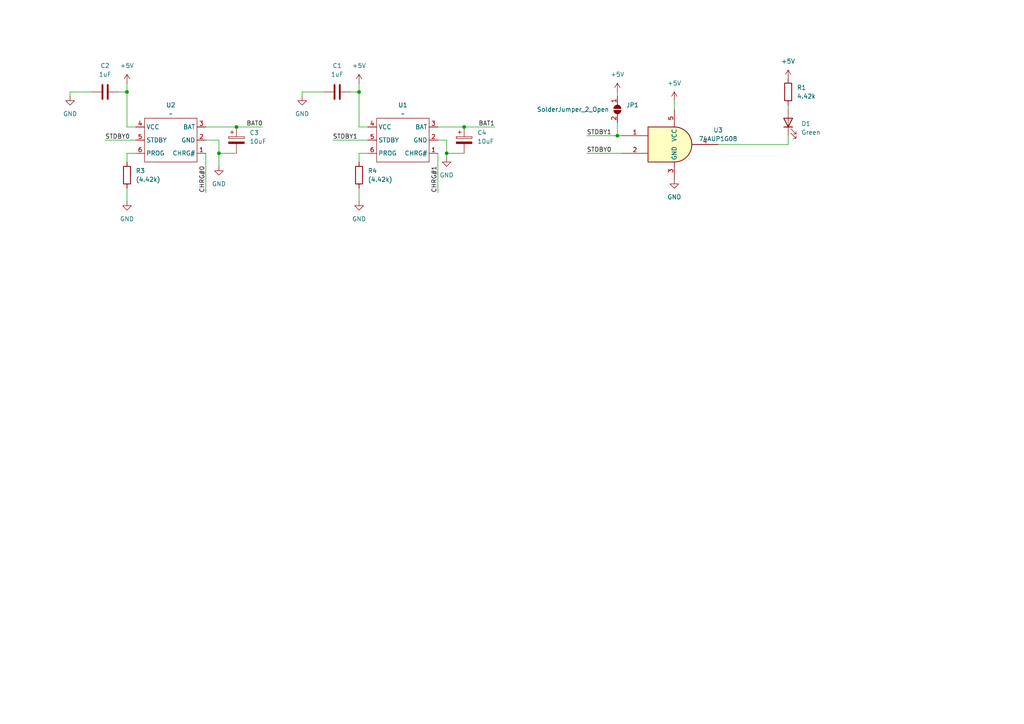
<source format=kicad_sch>
(kicad_sch (version 20231120) (generator "eeschema") (generator_version "8.0")
  (paper "A4")
  (title_block (rev "2"))
  (lib_symbols
    (symbol "74xGxx:74AUP1G08"
      (property "Reference" "U" (at -2.54 3.81 0))
      (property "Value" "74AUP1G08" (at 0 -3.81 0))
      (symbol "74AUP1G08_0_1"
        (arc (start 0 -5.08) (mid 5.0579 0) (end 0 5.08) (stroke (width 0.254)) (fill (type background)))
        (polyline (pts (xy 0 -5.08) (xy -7.62 -5.08) (xy -7.62 5.08) (xy 0 5.08)) (stroke (width 0.254)) (fill (type background)))
      )
      (symbol "74AUP1G08_1_1"
        (pin input line (at -15.24 2.54 0) (length 7.62) (name "~") (number "1"))
        (pin input line (at -15.24 -2.54 0) (length 7.62) (name "~") (number "2"))
        (pin power_in line (at 0 -10.16 90) (length 5.08) (name "GND") (number "3"))
        (pin output line (at 12.7 0 180) (length 7.62) (name "~") (number "4"))
        (pin power_in line (at 0 10.16 270) (length 5.08) (name "VCC") (number "5"))
      )
    )
    (symbol "Device:C" (pin_numbers hide) (pin_names (offset 0.254))
      (property "Reference" "C" (at 0.635 2.54 0))
      (property "Value" "C" (at 0.635 -2.54 0))
      (symbol "C_0_1"
        (polyline (pts (xy -2.032 -0.762) (xy 2.032 -0.762)) (stroke (width 0.508)))
        (polyline (pts (xy -2.032 0.762) (xy 2.032 0.762)) (stroke (width 0.508)))
      )
      (symbol "C_1_1"
        (pin passive line (at 0 3.81 270) (length 2.794) (name "~") (number "1"))
        (pin passive line (at 0 -3.81 90) (length 2.794) (name "~") (number "2"))
      )
    )
    (symbol "Device:C_Polarized" (pin_numbers hide) (pin_names (offset 0.254))
      (property "Reference" "C" (at 0.635 2.54 0))
      (property "Value" "C_Polarized" (at 0.635 -2.54 0))
      (symbol "C_Polarized_0_1"
        (rectangle (start -2.286 0.508) (end 2.286 1.016))
        (polyline (pts (xy -1.778 2.286) (xy -0.762 2.286)))
        (polyline (pts (xy -1.27 2.794) (xy -1.27 1.778)))
        (rectangle (start 2.286 -0.508) (end -2.286 -1.016) (fill (type outline)))
      )
      (symbol "C_Polarized_1_1"
        (pin passive line (at 0 3.81 270) (length 2.794) (name "~") (number "1"))
        (pin passive line (at 0 -3.81 90) (length 2.794) (name "~") (number "2"))
      )
    )
    (symbol "Device:LED" (pin_numbers hide) (pin_names (offset 1.016) hide)
      (property "Reference" "D" (at 0 2.54 0))
      (property "Value" "LED" (at 0 -2.54 0))
      (symbol "LED_0_1"
        (polyline (pts (xy -1.27 -1.27) (xy -1.27 1.27)) (stroke (width 0.254)))
        (polyline (pts (xy -1.27 0) (xy 1.27 0)))
        (polyline (pts (xy 1.27 -1.27) (xy 1.27 1.27) (xy -1.27 0) (xy 1.27 -1.27)) (stroke (width 0.254)))
        (polyline (pts (xy -3.048 -0.762) (xy -4.572 -2.286) (xy -3.81 -2.286) (xy -4.572 -2.286) (xy -4.572 -1.524)))
        (polyline (pts (xy -1.778 -0.762) (xy -3.302 -2.286) (xy -2.54 -2.286) (xy -3.302 -2.286) (xy -3.302 -1.524)))
      )
      (symbol "LED_1_1"
        (pin passive line (at -3.81 0 0) (length 2.54) (name "K") (number "1"))
        (pin passive line (at 3.81 0 180) (length 2.54) (name "A") (number "2"))
      )
    )
    (symbol "Device:R" (pin_numbers hide) (pin_names (offset 0))
      (property "Reference" "R" (at 2.032 0 90))
      (property "Value" "R" (at 0 0 90))
      (symbol "R_0_1"
        (rectangle (start -1.016 -2.54) (end 1.016 2.54) (stroke (width 0.254)))
      )
      (symbol "R_1_1"
        (pin passive line (at 0 3.81 270) (length 1.27) (name "~") (number "1"))
        (pin passive line (at 0 -3.81 90) (length 1.27) (name "~") (number "2"))
      )
    )
    (symbol "Jumper:SolderJumper_2_Open" (pin_names (offset 0) hide)
      (property "Reference" "JP" (at 0 2.032 0))
      (property "Value" "SolderJumper_2_Open" (at 0 -2.54 0))
      (symbol "SolderJumper_2_Open_0_1"
        (arc (start -0.254 1.016) (mid -1.2656 0) (end -0.254 -1.016))
        (arc (start -0.254 1.016) (mid -1.2656 0) (end -0.254 -1.016) (fill (type outline)))
        (polyline (pts (xy -0.254 1.016) (xy -0.254 -1.016)))
        (polyline (pts (xy 0.254 1.016) (xy 0.254 -1.016)))
        (arc (start 0.254 -1.016) (mid 1.2656 0) (end 0.254 1.016))
        (arc (start 0.254 -1.016) (mid 1.2656 0) (end 0.254 1.016) (fill (type outline)))
      )
      (symbol "SolderJumper_2_Open_1_1"
        (pin passive line (at -3.81 0 0) (length 2.54) (name "A") (number "1"))
        (pin passive line (at 3.81 0 180) (length 2.54) (name "B") (number "2"))
      )
    )
    (symbol "KiCadLib:TP4059"
      (property "Reference" "U" (at 0 8.128 0))
      (symbol "TP4059_0_1"
        (rectangle (start -7.62 6.35) (end 7.62 -6.35))
      )
      (symbol "TP4059_1_1"
        (pin output line (at -10.16 3.81 0) (length 2.54) (name "CHRG#") (number "1"))
        (pin power_in line (at -10.16 0 0) (length 2.54) (name "GND") (number "2"))
        (pin bidirectional line (at -10.16 -3.81 0) (length 2.54) (name "BAT") (number "3"))
        (pin power_in line (at 10.16 -3.81 180) (length 2.54) (name "VCC") (number "4"))
        (pin output line (at 10.16 0 180) (length 2.54) (name "STDBY") (number "5"))
        (pin bidirectional line (at 10.16 3.81 180) (length 2.54) (name "PROG") (number "6"))
      )
    )
    (symbol "power:+5V" (power) (pin_numbers hide) (pin_names (offset 0) hide)
      (property "Value" "+5V" (at 0 3.556 0))
      (symbol "+5V_0_1"
        (polyline (pts (xy -0.762 1.27) (xy 0 2.54)))
        (polyline (pts (xy 0 0) (xy 0 2.54)))
        (polyline (pts (xy 0 2.54) (xy 0.762 1.27)))
      )
      (symbol "+5V_1_1"
        (pin power_in line (at 0 0 90) (length 0) (name "~") (number "1"))
      )
    )
    (symbol "power:GND" (power) (pin_numbers hide) (pin_names (offset 0) hide)
      (property "Value" "GND" (at 0 -3.81 0))
      (symbol "GND_0_1"
        (polyline (pts (xy 0 0) (xy 0 -1.27) (xy 1.27 -1.27) (xy 0 -2.54) (xy -1.27 -1.27) (xy 0 -1.27)))
      )
      (symbol "GND_1_1"
        (pin power_in line (at 0 0 270) (length 0) (name "~") (number "1"))
      )
    )
  )
  (junction (at 104.14 26.67))
  (junction (at 129.54 44.45))
  (junction (at 63.5 44.45))
  (junction (at 68.58 36.83))
  (junction (at 134.62 36.83))
  (junction (at 179.07 39.37))
  (junction (at 36.83 26.67))
  (wire (pts (xy 179.07 39.37) (xy 180.34 39.37)))
  (wire (pts (xy 104.14 24.13) (xy 104.14 26.67)))
  (wire (pts (xy 34.29 26.67) (xy 36.83 26.67)))
  (wire (pts (xy 63.5 44.45) (xy 68.58 44.45)))
  (wire (pts (xy 59.69 55.88) (xy 59.69 44.45)))
  (wire (pts (xy 106.68 44.45) (xy 104.14 44.45)))
  (wire (pts (xy 36.83 54.61) (xy 36.83 58.42)))
  (wire (pts (xy 104.14 36.83) (xy 106.68 36.83)))
  (wire (pts (xy 129.54 44.45) (xy 129.54 45.72)))
  (wire (pts (xy 59.69 40.64) (xy 63.5 40.64)))
  (wire (pts (xy 30.48 40.64) (xy 39.37 40.64)))
  (wire (pts (xy 228.6 41.91) (xy 228.6 39.37)))
  (wire (pts (xy 127 40.64) (xy 129.54 40.64)))
  (wire (pts (xy 96.52 40.64) (xy 106.68 40.64)))
  (wire (pts (xy 170.18 39.37) (xy 179.07 39.37)))
  (wire (pts (xy 63.5 40.64) (xy 63.5 44.45)))
  (wire (pts (xy 195.58 29.21) (xy 195.58 31.75)))
  (wire (pts (xy 36.83 26.67) (xy 36.83 36.83)))
  (wire (pts (xy 143.51 36.83) (xy 134.62 36.83)))
  (wire (pts (xy 93.98 26.67) (xy 87.63 26.67)))
  (wire (pts (xy 129.54 40.64) (xy 129.54 44.45)))
  (wire (pts (xy 39.37 44.45) (xy 36.83 44.45)))
  (wire (pts (xy 36.83 36.83) (xy 39.37 36.83)))
  (wire (pts (xy 170.18 44.45) (xy 180.34 44.45)))
  (wire (pts (xy 101.6 26.67) (xy 104.14 26.67)))
  (wire (pts (xy 228.6 30.48) (xy 228.6 31.75)))
  (wire (pts (xy 179.07 26.67) (xy 179.07 27.94)))
  (wire (pts (xy 63.5 44.45) (xy 63.5 48.26)))
  (wire (pts (xy 20.32 26.67) (xy 20.32 27.94)))
  (wire (pts (xy 208.28 41.91) (xy 228.6 41.91)))
  (wire (pts (xy 179.07 35.56) (xy 179.07 39.37)))
  (wire (pts (xy 104.14 26.67) (xy 104.14 36.83)))
  (wire (pts (xy 127 55.88) (xy 127 44.45)))
  (wire (pts (xy 129.54 44.45) (xy 134.62 44.45)))
  (wire (pts (xy 87.63 26.67) (xy 87.63 27.94)))
  (wire (pts (xy 104.14 54.61) (xy 104.14 58.42)))
  (wire (pts (xy 104.14 44.45) (xy 104.14 46.99)))
  (wire (pts (xy 36.83 44.45) (xy 36.83 46.99)))
  (wire (pts (xy 68.58 36.83) (xy 76.2 36.83)))
  (wire (pts (xy 134.62 36.83) (xy 127 36.83)))
  (wire (pts (xy 26.67 26.67) (xy 20.32 26.67)))
  (wire (pts (xy 36.83 24.13) (xy 36.83 26.67)))
  (wire (pts (xy 59.69 36.83) (xy 68.58 36.83)))
  (label "STDBY0" (at 30.48 40.64 0))
  (label "CHRG#0" (at 59.69 55.88 90))
  (label "CHRG#1" (at 127 55.88 90))
  (label "STDBY0" (at 170.18 44.45 0))
  (label "STDBY1" (at 96.52 40.64 0))
  (label "BAT1" (at 143.51 36.83 180))
  (label "BAT0" (at 76.2 36.83 180))
  (label "STDBY1" (at 170.18 39.37 0))
  (symbol (lib_id "Device:R") (at 228.6 26.67 0) (unit 1)
    (property "Reference" "R1" (at 231.14 25.3999 0) (effects (justify left)))
    (property "Value" "4.42k" (at 231.14 27.9399 0) (effects (justify left)))
    (property "Footprint" "Resistor_SMD:R_0603_1608Metric_Pad0.98x0.95mm_HandSolder" (effects (hide yes)))
    (property "Description" "Resistor" (effects (hide yes)))
  )
  (symbol (lib_id "power:+5V") (at 179.07 26.67 0) (unit 1)
    (property "Reference" "#PWR012" (effects (hide yes)))
    (property "Value" "+5V" (at 179.07 21.59 0))
    (property "Description" "Power symbol creates a global label with name \"+5V\"" (effects (hide yes)))
  )
  (symbol (lib_id "KiCadLib:TP4059") (at 49.53 40.64 180) (unit 1)
    (property "Reference" "U2" (at 49.53 30.48 0))
    (property "Value" "~" (at 49.53 33.02 0))
    (property "Footprint" "Package_TO_SOT_SMD:SOT-23-6" (effects (hide yes)))
  )
  (symbol (lib_id "KiCadLib:TP4059") (at 116.84 40.64 180) (unit 1)
    (property "Reference" "U1" (at 116.84 30.48 0))
    (property "Value" "~" (at 116.84 33.02 0))
    (property "Footprint" "Package_TO_SOT_SMD:SOT-23-6" (effects (hide yes)))
  )
  (symbol (lib_id "Device:LED") (at 228.6 35.56 90) (unit 1)
    (property "Reference" "D1" (at 232.41 35.8774 90) (effects (justify right)))
    (property "Value" "Green" (at 232.41 38.4174 90) (effects (justify right)))
    (property "Footprint" "LED_SMD:LED_0805_2012Metric_Pad1.15x1.40mm_HandSolder" (effects (hide yes)))
    (property "Description" "Light emitting diode" (effects (hide yes)))
  )
  (symbol (lib_id "power:+5V") (at 195.58 29.21 0) (unit 1)
    (property "Reference" "#PWR010" (effects (hide yes)))
    (property "Value" "+5V" (at 195.58 24.13 0))
    (property "Description" "Power symbol creates a global label with name \"+5V\"" (effects (hide yes)))
  )
  (symbol (lib_id "power:GND") (at 195.58 52.07 0) (unit 1)
    (property "Reference" "#PWR09" (effects (hide yes)))
    (property "Value" "GND" (at 195.58 57.15 0))
    (property "Description" "Power symbol creates a global label with name \"GND\" , ground" (effects (hide yes)))
  )
  (symbol (lib_id "power:GND") (at 129.54 45.72 0) (unit 1)
    (property "Reference" "#PWR03" (effects (hide yes)))
    (property "Value" "GND" (at 129.54 50.8 0))
    (property "Description" "Power symbol creates a global label with name \"GND\" , ground" (effects (hide yes)))
  )
  (symbol (lib_id "Device:R") (at 36.83 50.8 0) (unit 1)
    (property "Reference" "R3" (at 39.37 49.5299 0) (effects (justify left)))
    (property "Value" "(4.42k)" (at 39.37 52.0699 0) (effects (justify left)))
    (property "Footprint" "Resistor_SMD:R_0603_1608Metric_Pad0.98x0.95mm_HandSolder" (effects (hide yes)))
    (property "Description" "Resistor" (effects (hide yes)))
  )
  (symbol (lib_id "Device:C_Polarized") (at 68.58 40.64 0) (unit 1)
    (property "Reference" "C3" (at 72.39 38.4809 0) (effects (justify left)))
    (property "Value" "10uF" (at 72.39 41.0209 0) (effects (justify left)))
    (property "Footprint" "Capacitor_Tantalum_SMD:CP_EIA-3528-21_Kemet-B_Pad1.50x2.35mm_HandSolder" (effects (hide yes)))
    (property "Description" "Polarized capacitor" (effects (hide yes)))
  )
  (symbol (lib_id "Device:R") (at 104.14 50.8 0) (unit 1)
    (property "Reference" "R4" (at 106.68 49.5299 0) (effects (justify left)))
    (property "Value" "(4.42k)" (at 106.68 52.0699 0) (effects (justify left)))
    (property "Footprint" "Resistor_SMD:R_0603_1608Metric_Pad0.98x0.95mm_HandSolder" (effects (hide yes)))
    (property "Description" "Resistor" (effects (hide yes)))
  )
  (symbol (lib_id "power:+5V") (at 228.6 22.86 0) (unit 1)
    (property "Reference" "#PWR011" (effects (hide yes)))
    (property "Value" "+5V" (at 228.6 17.78 0))
    (property "Description" "Power symbol creates a global label with name \"+5V\"" (effects (hide yes)))
  )
  (symbol (lib_id "power:GND") (at 87.63 27.94 0) (unit 1)
    (property "Reference" "#PWR01" (effects (hide yes)))
    (property "Value" "GND" (at 87.63 33.02 0))
    (property "Description" "Power symbol creates a global label with name \"GND\" , ground" (effects (hide yes)))
  )
  (symbol (lib_id "Device:C_Polarized") (at 134.62 40.64 0) (unit 1)
    (property "Reference" "C4" (at 138.43 38.4809 0) (effects (justify left)))
    (property "Value" "10uF" (at 138.43 41.0209 0) (effects (justify left)))
    (property "Footprint" "Capacitor_Tantalum_SMD:CP_EIA-3528-21_Kemet-B_Pad1.50x2.35mm_HandSolder" (effects (hide yes)))
    (property "Description" "Polarized capacitor" (effects (hide yes)))
  )
  (symbol (lib_id "power:+5V") (at 104.14 24.13 0) (unit 1)
    (property "Reference" "#PWR02" (effects (hide yes)))
    (property "Value" "+5V" (at 104.14 19.05 0))
    (property "Description" "Power symbol creates a global label with name \"+5V\"" (effects (hide yes)))
  )
  (symbol (lib_id "power:GND") (at 20.32 27.94 0) (unit 1)
    (property "Reference" "#PWR04" (effects (hide yes)))
    (property "Value" "GND" (at 20.32 33.02 0))
    (property "Description" "Power symbol creates a global label with name \"GND\" , ground" (effects (hide yes)))
  )
  (symbol (lib_id "power:GND") (at 63.5 48.26 0) (unit 1)
    (property "Reference" "#PWR06" (effects (hide yes)))
    (property "Value" "GND" (at 63.5 53.34 0))
    (property "Description" "Power symbol creates a global label with name \"GND\" , ground" (effects (hide yes)))
  )
  (symbol (lib_id "Device:C") (at 30.48 26.67 90) (unit 1)
    (property "Reference" "C2" (at 30.48 19.05 90))
    (property "Value" "1uF" (at 30.48 21.59 90))
    (property "Footprint" "Capacitor_SMD:C_0805_2012Metric_Pad1.18x1.45mm_HandSolder" (effects (hide yes)))
    (property "Description" "Unpolarized capacitor" (effects (hide yes)))
  )
  (symbol (lib_id "74xGxx:74AUP1G08") (at 195.58 41.91 0) (unit 1)
    (property "Reference" "U3" (at 208.28 37.719 0))
    (property "Value" "74AUP1G08" (at 208.28 40.259 0))
    (property "Footprint" "Package_TO_SOT_SMD:Texas_R-PDSO-G5_DCK-5" (effects (hide yes)))
    (property "Datasheet" "https://www.ti.com/lit/ds/symlink/sn74aup1g08.pdf" (effects (hide yes)))
    (property "Description" "Single AND Gate, Low-Voltage CMOS" (effects (hide yes)))
  )
  (symbol (lib_id "Device:C") (at 97.79 26.67 90) (unit 1)
    (property "Reference" "C1" (at 97.79 19.05 90))
    (property "Value" "1uF" (at 97.79 21.59 90))
    (property "Footprint" "Capacitor_SMD:C_0805_2012Metric_Pad1.18x1.45mm_HandSolder" (effects (hide yes)))
    (property "Description" "Unpolarized capacitor" (effects (hide yes)))
  )
  (symbol (lib_id "power:GND") (at 36.83 58.42 0) (unit 1)
    (property "Reference" "#PWR07" (effects (hide yes)))
    (property "Value" "GND" (at 36.83 63.5 0))
    (property "Description" "Power symbol creates a global label with name \"GND\" , ground" (effects (hide yes)))
  )
  (symbol (lib_id "power:GND") (at 104.14 58.42 0) (unit 1)
    (property "Reference" "#PWR08" (effects (hide yes)))
    (property "Value" "GND" (at 104.14 63.5 0))
    (property "Description" "Power symbol creates a global label with name \"GND\" , ground" (effects (hide yes)))
  )
  (symbol (lib_id "power:+5V") (at 36.83 24.13 0) (unit 1)
    (property "Reference" "#PWR05" (effects (hide yes)))
    (property "Value" "+5V" (at 36.83 19.05 0))
    (property "Description" "Power symbol creates a global label with name \"+5V\"" (effects (hide yes)))
  )
  (symbol (lib_id "Jumper:SolderJumper_2_Open") (at 179.07 31.75 270) (unit 1)
    (property "Reference" "JP1" (at 181.61 30.4799 90) (effects (justify left)))
    (property "Value" "SolderJumper_2_Open" (at 155.702 31.75 90) (effects (justify left)))
    (property "Footprint" "Jumper:SolderJumper-2_P1.3mm_Open_TrianglePad1.0x1.5mm" (effects (hide yes)))
    (property "Description" "Solder Jumper, 2-pole, open" (effects (hide yes)))
  )
)
</source>
